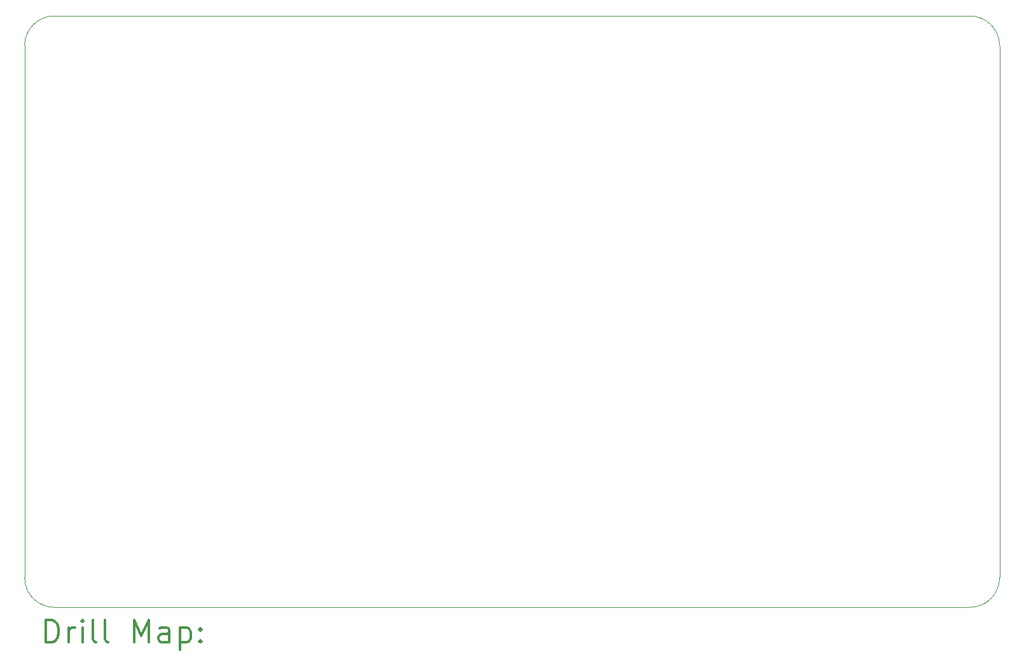
<source format=gbr>
%FSLAX45Y45*%
G04 Gerber Fmt 4.5, Leading zero omitted, Abs format (unit mm)*
G04 Created by KiCad (PCBNEW (5.1.10-1-10_14)) date 2021-08-04 22:55:05*
%MOMM*%
%LPD*%
G01*
G04 APERTURE LIST*
%TA.AperFunction,Profile*%
%ADD10C,0.050000*%
%TD*%
%ADD11C,0.200000*%
%ADD12C,0.300000*%
G04 APERTURE END LIST*
D10*
X23789640Y-14269720D02*
G75*
G02*
X23393400Y-14665960I-396240J0D01*
G01*
X11206480Y-14665960D02*
G75*
G02*
X10810240Y-14269720I0J396240D01*
G01*
X10810240Y-7188200D02*
G75*
G02*
X11206480Y-6791960I396240J0D01*
G01*
X23393400Y-6791960D02*
G75*
G02*
X23789640Y-7188200I0J-396240D01*
G01*
X10810240Y-14269720D02*
X10810240Y-7188200D01*
X23393400Y-14665960D02*
X11206480Y-14665960D01*
X23789640Y-7188200D02*
X23789640Y-14269720D01*
X11206480Y-6791960D02*
X23393400Y-6791960D01*
D11*
D12*
X11094168Y-15134174D02*
X11094168Y-14834174D01*
X11165597Y-14834174D01*
X11208454Y-14848460D01*
X11237026Y-14877031D01*
X11251311Y-14905603D01*
X11265597Y-14962746D01*
X11265597Y-15005603D01*
X11251311Y-15062746D01*
X11237026Y-15091317D01*
X11208454Y-15119889D01*
X11165597Y-15134174D01*
X11094168Y-15134174D01*
X11394168Y-15134174D02*
X11394168Y-14934174D01*
X11394168Y-14991317D02*
X11408454Y-14962746D01*
X11422740Y-14948460D01*
X11451311Y-14934174D01*
X11479883Y-14934174D01*
X11579883Y-15134174D02*
X11579883Y-14934174D01*
X11579883Y-14834174D02*
X11565597Y-14848460D01*
X11579883Y-14862746D01*
X11594168Y-14848460D01*
X11579883Y-14834174D01*
X11579883Y-14862746D01*
X11765597Y-15134174D02*
X11737026Y-15119889D01*
X11722740Y-15091317D01*
X11722740Y-14834174D01*
X11922740Y-15134174D02*
X11894168Y-15119889D01*
X11879883Y-15091317D01*
X11879883Y-14834174D01*
X12265597Y-15134174D02*
X12265597Y-14834174D01*
X12365597Y-15048460D01*
X12465597Y-14834174D01*
X12465597Y-15134174D01*
X12737026Y-15134174D02*
X12737026Y-14977031D01*
X12722740Y-14948460D01*
X12694168Y-14934174D01*
X12637026Y-14934174D01*
X12608454Y-14948460D01*
X12737026Y-15119889D02*
X12708454Y-15134174D01*
X12637026Y-15134174D01*
X12608454Y-15119889D01*
X12594168Y-15091317D01*
X12594168Y-15062746D01*
X12608454Y-15034174D01*
X12637026Y-15019889D01*
X12708454Y-15019889D01*
X12737026Y-15005603D01*
X12879883Y-14934174D02*
X12879883Y-15234174D01*
X12879883Y-14948460D02*
X12908454Y-14934174D01*
X12965597Y-14934174D01*
X12994168Y-14948460D01*
X13008454Y-14962746D01*
X13022740Y-14991317D01*
X13022740Y-15077031D01*
X13008454Y-15105603D01*
X12994168Y-15119889D01*
X12965597Y-15134174D01*
X12908454Y-15134174D01*
X12879883Y-15119889D01*
X13151311Y-15105603D02*
X13165597Y-15119889D01*
X13151311Y-15134174D01*
X13137026Y-15119889D01*
X13151311Y-15105603D01*
X13151311Y-15134174D01*
X13151311Y-14948460D02*
X13165597Y-14962746D01*
X13151311Y-14977031D01*
X13137026Y-14962746D01*
X13151311Y-14948460D01*
X13151311Y-14977031D01*
M02*

</source>
